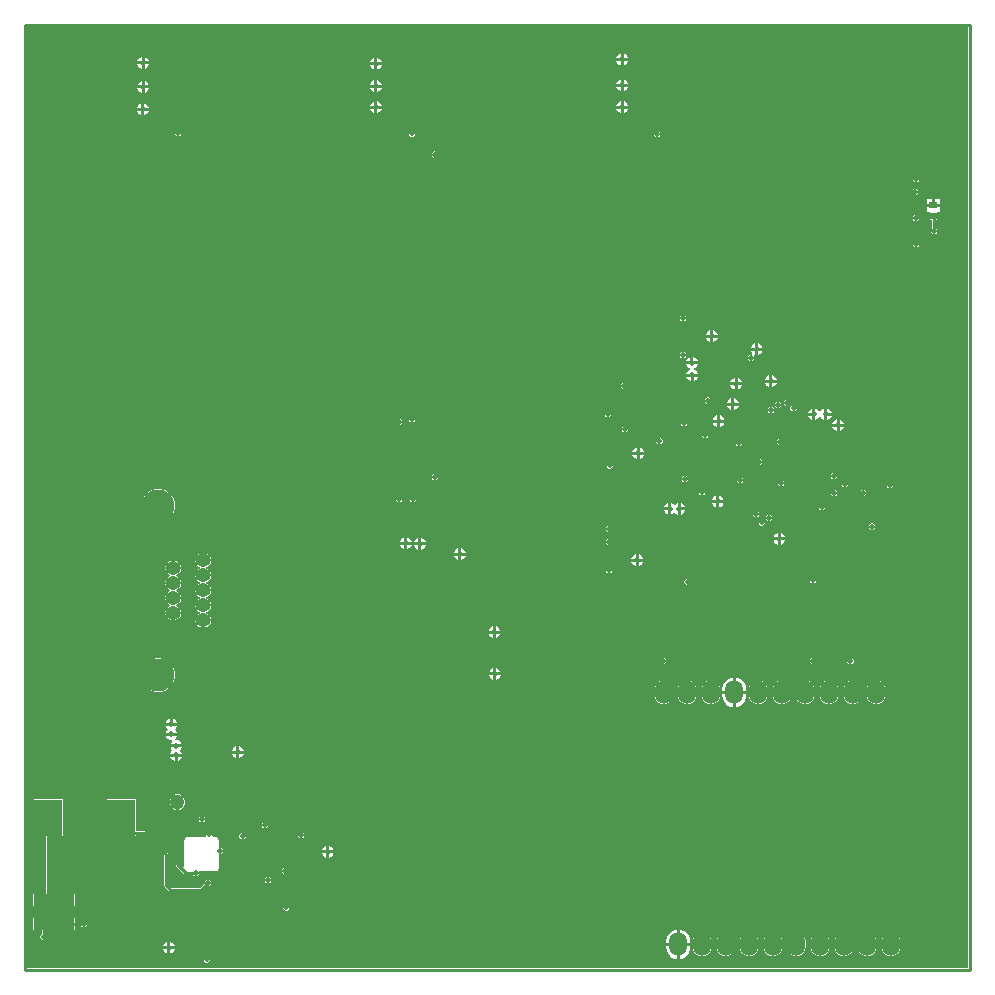
<source format=gbr>
G04*
G04 #@! TF.GenerationSoftware,Altium Limited,Altium Designer,24.4.1 (13)*
G04*
G04 Layer_Physical_Order=4*
G04 Layer_Color=16711680*
%FSLAX44Y44*%
%MOMM*%
G71*
G04*
G04 #@! TF.SameCoordinates,85F95AA7-1CD2-4A53-B858-D1680FFA15A6*
G04*
G04*
G04 #@! TF.FilePolarity,Positive*
G04*
G01*
G75*
%ADD17C,0.2540*%
%ADD27R,0.6400X0.6000*%
%ADD72O,1.3208X1.1684*%
%ADD81O,1.5000X2.0000*%
%ADD82C,2.7940*%
%ADD83C,0.5000*%
%ADD84C,1.2700*%
%ADD86R,2.4500X3.1500*%
%ADD87R,3.4000X1.5000*%
%ADD88R,3.5000X1.0000*%
G36*
X798517Y1483D02*
X1483D01*
Y798517D01*
X798517D01*
Y1483D01*
D02*
G37*
%LPC*%
G36*
X506770Y775679D02*
Y772020D01*
X510429D01*
X509773Y773605D01*
X508355Y775023D01*
X506770Y775679D01*
D02*
G37*
G36*
X504230D02*
X502645Y775023D01*
X501227Y773605D01*
X500571Y772020D01*
X504230D01*
Y775679D01*
D02*
G37*
G36*
X101020Y772929D02*
Y769270D01*
X104679D01*
X104023Y770855D01*
X102605Y772273D01*
X101020Y772929D01*
D02*
G37*
G36*
X98480D02*
X96895Y772273D01*
X95477Y770855D01*
X94821Y769270D01*
X98480D01*
Y772929D01*
D02*
G37*
G36*
X298020Y772179D02*
Y768520D01*
X301679D01*
X301023Y770105D01*
X299605Y771523D01*
X298020Y772179D01*
D02*
G37*
G36*
X295480D02*
X293895Y771523D01*
X292477Y770105D01*
X291821Y768520D01*
X295480D01*
Y772179D01*
D02*
G37*
G36*
X510429Y769480D02*
X506770D01*
Y765821D01*
X508355Y766477D01*
X509773Y767895D01*
X510429Y769480D01*
D02*
G37*
G36*
X504230D02*
X500571D01*
X501227Y767895D01*
X502645Y766477D01*
X504230Y765821D01*
Y769480D01*
D02*
G37*
G36*
X104679Y766730D02*
X101020D01*
Y763071D01*
X102605Y763727D01*
X104023Y765145D01*
X104679Y766730D01*
D02*
G37*
G36*
X98480D02*
X94821D01*
X95477Y765145D01*
X96895Y763727D01*
X98480Y763071D01*
Y766730D01*
D02*
G37*
G36*
X301679Y765980D02*
X298020D01*
Y762321D01*
X299605Y762977D01*
X301023Y764395D01*
X301679Y765980D01*
D02*
G37*
G36*
X295480D02*
X291821D01*
X292477Y764395D01*
X293895Y762977D01*
X295480Y762321D01*
Y765980D01*
D02*
G37*
G36*
X506770Y753679D02*
Y750020D01*
X510429D01*
X509773Y751605D01*
X508355Y753023D01*
X506770Y753679D01*
D02*
G37*
G36*
X504230D02*
X502645Y753023D01*
X501227Y751605D01*
X500571Y750020D01*
X504230D01*
Y753679D01*
D02*
G37*
G36*
X298020Y753179D02*
Y749520D01*
X301679D01*
X301023Y751105D01*
X299605Y752523D01*
X298020Y753179D01*
D02*
G37*
G36*
X295480D02*
X293895Y752523D01*
X292477Y751105D01*
X291821Y749520D01*
X295480D01*
Y753179D01*
D02*
G37*
G36*
X101270Y752429D02*
Y748770D01*
X104929D01*
X104273Y750355D01*
X102855Y751773D01*
X101270Y752429D01*
D02*
G37*
G36*
X98730D02*
X97145Y751773D01*
X95727Y750355D01*
X95071Y748770D01*
X98730D01*
Y752429D01*
D02*
G37*
G36*
X510429Y747480D02*
X506770D01*
Y743821D01*
X508355Y744477D01*
X509773Y745895D01*
X510429Y747480D01*
D02*
G37*
G36*
X504230D02*
X500571D01*
X501227Y745895D01*
X502645Y744477D01*
X504230Y743821D01*
Y747480D01*
D02*
G37*
G36*
X301679Y746980D02*
X298020D01*
Y743321D01*
X299605Y743977D01*
X301023Y745395D01*
X301679Y746980D01*
D02*
G37*
G36*
X295480D02*
X291821D01*
X292477Y745395D01*
X293895Y743977D01*
X295480Y743321D01*
Y746980D01*
D02*
G37*
G36*
X104929Y746230D02*
X101270D01*
Y742571D01*
X102855Y743227D01*
X104273Y744645D01*
X104929Y746230D01*
D02*
G37*
G36*
X98730D02*
X95071D01*
X95727Y744645D01*
X97145Y743227D01*
X98730Y742571D01*
Y746230D01*
D02*
G37*
G36*
X298270Y735429D02*
Y731770D01*
X301929D01*
X301273Y733355D01*
X299855Y734773D01*
X298270Y735429D01*
D02*
G37*
G36*
X295730D02*
X294145Y734773D01*
X292727Y733355D01*
X292071Y731770D01*
X295730D01*
Y735429D01*
D02*
G37*
G36*
X506770Y735179D02*
Y731520D01*
X510429D01*
X509773Y733105D01*
X508355Y734523D01*
X506770Y735179D01*
D02*
G37*
G36*
X504230D02*
X502645Y734523D01*
X501227Y733105D01*
X500571Y731520D01*
X504230D01*
Y735179D01*
D02*
G37*
G36*
X100770Y733429D02*
Y729770D01*
X104429D01*
X103773Y731355D01*
X102355Y732773D01*
X100770Y733429D01*
D02*
G37*
G36*
X98230D02*
X96645Y732773D01*
X95227Y731355D01*
X94571Y729770D01*
X98230D01*
Y733429D01*
D02*
G37*
G36*
X301929Y729230D02*
X298270D01*
Y725571D01*
X299855Y726227D01*
X301273Y727645D01*
X301929Y729230D01*
D02*
G37*
G36*
X295730D02*
X292071D01*
X292727Y727645D01*
X294145Y726227D01*
X295730Y725571D01*
Y729230D01*
D02*
G37*
G36*
X510429Y728980D02*
X506770D01*
Y725321D01*
X508355Y725977D01*
X509773Y727395D01*
X510429Y728980D01*
D02*
G37*
G36*
X504230D02*
X500571D01*
X501227Y727395D01*
X502645Y725977D01*
X504230Y725321D01*
Y728980D01*
D02*
G37*
G36*
X104429Y727230D02*
X100770D01*
Y723571D01*
X102355Y724227D01*
X103773Y725645D01*
X104429Y727230D01*
D02*
G37*
G36*
X98230D02*
X94571D01*
X95227Y725645D01*
X96645Y724227D01*
X98230Y723571D01*
Y727230D01*
D02*
G37*
G36*
X130017Y710850D02*
X128983D01*
X128027Y710454D01*
X127296Y709723D01*
X126900Y708767D01*
Y707733D01*
X127296Y706777D01*
X128027Y706046D01*
X128983Y705650D01*
X130017D01*
X130973Y706046D01*
X131704Y706777D01*
X132100Y707733D01*
Y708767D01*
X131704Y709723D01*
X130973Y710454D01*
X130017Y710850D01*
D02*
G37*
G36*
X328015Y710682D02*
X326981D01*
X326025Y710287D01*
X325294Y709555D01*
X324898Y708600D01*
Y707565D01*
X325294Y706610D01*
X326025Y705878D01*
X326981Y705482D01*
X328015D01*
X328971Y705878D01*
X329702Y706610D01*
X330098Y707565D01*
Y708600D01*
X329702Y709555D01*
X328971Y710287D01*
X328015Y710682D01*
D02*
G37*
G36*
X535767Y710100D02*
X534733D01*
X533777Y709704D01*
X533046Y708973D01*
X532650Y708017D01*
Y706983D01*
X533046Y706027D01*
X533777Y705296D01*
X534733Y704900D01*
X535767D01*
X536723Y705296D01*
X537454Y706027D01*
X537850Y706983D01*
Y708017D01*
X537454Y708973D01*
X536723Y709704D01*
X535767Y710100D01*
D02*
G37*
G36*
X347267Y692850D02*
X346233D01*
X345277Y692454D01*
X344546Y691723D01*
X344150Y690767D01*
Y689733D01*
X344546Y688777D01*
X345277Y688046D01*
X346233Y687650D01*
X347267D01*
X348223Y688046D01*
X348954Y688777D01*
X349350Y689733D01*
Y690767D01*
X348954Y691723D01*
X348223Y692454D01*
X347267Y692850D01*
D02*
G37*
G36*
X754887Y671850D02*
X753853D01*
X752897Y671454D01*
X752166Y670723D01*
X751770Y669767D01*
Y668733D01*
X752166Y667777D01*
X752897Y667046D01*
X753853Y666650D01*
X754887D01*
X755843Y667046D01*
X756574Y667777D01*
X756970Y668733D01*
Y669767D01*
X756574Y670723D01*
X755843Y671454D01*
X754887Y671850D01*
D02*
G37*
G36*
X754017Y661350D02*
X752983D01*
X752027Y660954D01*
X751296Y660223D01*
X750900Y659267D01*
Y658233D01*
X751296Y657277D01*
X752027Y656546D01*
X752983Y656150D01*
X754017D01*
X754973Y656546D01*
X755704Y657277D01*
X756100Y658233D01*
Y659267D01*
X755704Y660223D01*
X754973Y660954D01*
X754017Y661350D01*
D02*
G37*
G36*
X774740Y652690D02*
X770270D01*
Y648420D01*
X774740D01*
Y652690D01*
D02*
G37*
G36*
X767730D02*
X763260D01*
Y648420D01*
X767730D01*
Y652690D01*
D02*
G37*
G36*
X754517Y639100D02*
X753483D01*
X752527Y638704D01*
X751796Y637973D01*
X751400Y637017D01*
Y635983D01*
X751796Y635027D01*
X752527Y634296D01*
X753483Y633900D01*
X754517D01*
X755473Y634296D01*
X756204Y635027D01*
X756600Y635983D01*
Y637017D01*
X756204Y637973D01*
X755473Y638704D01*
X754517Y639100D01*
D02*
G37*
G36*
X774740Y645880D02*
X763260D01*
Y641610D01*
X764496D01*
X765700Y641450D01*
X765700Y640340D01*
Y635250D01*
X767892D01*
Y627319D01*
X767546Y626973D01*
X767150Y626017D01*
Y624983D01*
X767546Y624027D01*
X768277Y623296D01*
X769233Y622900D01*
X770267D01*
X771223Y623296D01*
X771954Y624027D01*
X772350Y624983D01*
Y626017D01*
X771954Y626973D01*
X771223Y627704D01*
X770858Y627855D01*
Y635250D01*
X772300D01*
X772300Y641450D01*
X773504Y641610D01*
X774740D01*
Y645880D01*
D02*
G37*
G36*
X755017Y616850D02*
X753983D01*
X753027Y616454D01*
X752296Y615723D01*
X751900Y614767D01*
Y613733D01*
X752296Y612777D01*
X753027Y612046D01*
X753983Y611650D01*
X755017D01*
X755973Y612046D01*
X756704Y612777D01*
X757100Y613733D01*
Y614767D01*
X756704Y615723D01*
X755973Y616454D01*
X755017Y616850D01*
D02*
G37*
G36*
X557517Y554350D02*
X556483D01*
X555527Y553954D01*
X554796Y553223D01*
X554400Y552267D01*
Y551233D01*
X554796Y550277D01*
X555527Y549546D01*
X556483Y549150D01*
X557517D01*
X558473Y549546D01*
X559204Y550277D01*
X559600Y551233D01*
Y552267D01*
X559204Y553223D01*
X558473Y553954D01*
X557517Y554350D01*
D02*
G37*
G36*
X582520Y541429D02*
Y537770D01*
X586179D01*
X585523Y539355D01*
X584105Y540773D01*
X582520Y541429D01*
D02*
G37*
G36*
X579980D02*
X578395Y540773D01*
X576977Y539355D01*
X576321Y537770D01*
X579980D01*
Y541429D01*
D02*
G37*
G36*
X586179Y535230D02*
X582520D01*
Y531571D01*
X584105Y532227D01*
X585523Y533645D01*
X586179Y535230D01*
D02*
G37*
G36*
X579980D02*
X576321D01*
X576977Y533645D01*
X578395Y532227D01*
X579980Y531571D01*
Y535230D01*
D02*
G37*
G36*
X620520Y530429D02*
Y526770D01*
X624179D01*
X623523Y528355D01*
X622105Y529773D01*
X620520Y530429D01*
D02*
G37*
G36*
X617980D02*
X616395Y529773D01*
X614977Y528355D01*
X614321Y526770D01*
X617980D01*
Y530429D01*
D02*
G37*
G36*
X624179Y524230D02*
X620520D01*
Y520571D01*
X622105Y521227D01*
X623523Y522645D01*
X624179Y524230D01*
D02*
G37*
G36*
X617980D02*
X614321D01*
X614977Y522645D01*
X615667Y521955D01*
X615086Y520967D01*
X614976Y520850D01*
X613983D01*
X613027Y520454D01*
X612296Y519723D01*
X611900Y518767D01*
Y517733D01*
X612296Y516777D01*
X613027Y516046D01*
X613983Y515650D01*
X615017D01*
X615973Y516046D01*
X616704Y516777D01*
X617100Y517733D01*
Y518767D01*
X616704Y519723D01*
X616701Y519726D01*
X617420Y520803D01*
X617980Y520571D01*
Y524230D01*
D02*
G37*
G36*
X557517Y523100D02*
X556483D01*
X555527Y522704D01*
X554796Y521973D01*
X554400Y521017D01*
Y519983D01*
X554796Y519027D01*
X555527Y518296D01*
X556483Y517900D01*
X557517D01*
X558473Y518296D01*
X559204Y519027D01*
X559600Y519983D01*
Y521017D01*
X559204Y521973D01*
X558473Y522704D01*
X557517Y523100D01*
D02*
G37*
G36*
X565770Y518929D02*
Y515270D01*
X569429D01*
X568773Y516855D01*
X567355Y518273D01*
X565770Y518929D01*
D02*
G37*
G36*
X563230D02*
X561645Y518273D01*
X560227Y516855D01*
X559571Y515270D01*
X563230D01*
Y518929D01*
D02*
G37*
G36*
X569429Y512730D02*
X559571D01*
X560227Y511145D01*
X561645Y509727D01*
X562772Y509261D01*
Y507886D01*
X561895Y507523D01*
X560477Y506105D01*
X559821Y504520D01*
X569679D01*
X569023Y506105D01*
X567605Y507523D01*
X566478Y507989D01*
Y509364D01*
X567355Y509727D01*
X568773Y511145D01*
X569429Y512730D01*
D02*
G37*
G36*
X632520Y503179D02*
Y499520D01*
X636179D01*
X635523Y501105D01*
X634105Y502523D01*
X632520Y503179D01*
D02*
G37*
G36*
X629980D02*
X628395Y502523D01*
X626977Y501105D01*
X626321Y499520D01*
X629980D01*
Y503179D01*
D02*
G37*
G36*
X569679Y501980D02*
X566020D01*
Y498321D01*
X567605Y498977D01*
X569023Y500395D01*
X569679Y501980D01*
D02*
G37*
G36*
X563480D02*
X559821D01*
X560477Y500395D01*
X561895Y498977D01*
X563480Y498321D01*
Y501980D01*
D02*
G37*
G36*
X603270Y501179D02*
Y497520D01*
X606929D01*
X606273Y499105D01*
X604855Y500523D01*
X603270Y501179D01*
D02*
G37*
G36*
X600730D02*
X599145Y500523D01*
X597727Y499105D01*
X597071Y497520D01*
X600730D01*
Y501179D01*
D02*
G37*
G36*
X636179Y496980D02*
X632520D01*
Y493321D01*
X634105Y493977D01*
X635523Y495395D01*
X636179Y496980D01*
D02*
G37*
G36*
X629980D02*
X626321D01*
X626977Y495395D01*
X628395Y493977D01*
X629980Y493321D01*
Y496980D01*
D02*
G37*
G36*
X507267Y497100D02*
X506233D01*
X505277Y496704D01*
X504546Y495973D01*
X504150Y495017D01*
Y493983D01*
X504546Y493027D01*
X505277Y492296D01*
X506233Y491900D01*
X507267D01*
X508223Y492296D01*
X508954Y493027D01*
X509350Y493983D01*
Y495017D01*
X508954Y495973D01*
X508223Y496704D01*
X507267Y497100D01*
D02*
G37*
G36*
X606929Y494980D02*
X603270D01*
Y491321D01*
X604855Y491977D01*
X606273Y493395D01*
X606929Y494980D01*
D02*
G37*
G36*
X600730D02*
X597071D01*
X597727Y493395D01*
X599145Y491977D01*
X600730Y491321D01*
Y494980D01*
D02*
G37*
G36*
X600270Y483929D02*
Y480270D01*
X603929D01*
X603273Y481855D01*
X601855Y483273D01*
X600270Y483929D01*
D02*
G37*
G36*
X597730D02*
X596145Y483273D01*
X594727Y481855D01*
X594071Y480270D01*
X597730D01*
Y483929D01*
D02*
G37*
G36*
X578517Y484600D02*
X577483D01*
X576527Y484204D01*
X575796Y483473D01*
X575400Y482517D01*
Y481483D01*
X575796Y480527D01*
X576527Y479796D01*
X577483Y479400D01*
X578517D01*
X579473Y479796D01*
X580204Y480527D01*
X580600Y481483D01*
Y482517D01*
X580204Y483473D01*
X579473Y484204D01*
X578517Y484600D01*
D02*
G37*
G36*
X645267Y482850D02*
X644233D01*
X643277Y482454D01*
X642546Y481723D01*
X642150Y480767D01*
Y479733D01*
X642546Y478777D01*
X643277Y478046D01*
X644233Y477650D01*
X645267D01*
X646223Y478046D01*
X646954Y478777D01*
X647350Y479733D01*
Y480767D01*
X646954Y481723D01*
X646223Y482454D01*
X645267Y482850D01*
D02*
G37*
G36*
X637906Y480961D02*
X636871D01*
X635916Y480566D01*
X635184Y479834D01*
X634789Y478879D01*
Y477844D01*
X635184Y476889D01*
X635916Y476157D01*
X636871Y475761D01*
X637906D01*
X638861Y476157D01*
X639593Y476889D01*
X639989Y477844D01*
Y478879D01*
X639593Y479834D01*
X638861Y480566D01*
X637906Y480961D01*
D02*
G37*
G36*
X597730Y477730D02*
X594071D01*
X594727Y476145D01*
X596145Y474727D01*
X597730Y474071D01*
Y477730D01*
D02*
G37*
G36*
X603929D02*
X600270D01*
Y474071D01*
X601855Y474727D01*
X603273Y476145D01*
X603929Y477730D01*
D02*
G37*
G36*
X651017Y478100D02*
X649983D01*
X649027Y477704D01*
X648296Y476973D01*
X647900Y476017D01*
Y474983D01*
X648296Y474027D01*
X649027Y473296D01*
X649983Y472900D01*
X651017D01*
X651973Y473296D01*
X652704Y474027D01*
X653100Y474983D01*
Y476017D01*
X652704Y476973D01*
X651973Y477704D01*
X651017Y478100D01*
D02*
G37*
G36*
X676480Y475179D02*
X674895Y474523D01*
X673477Y473105D01*
X673385Y472882D01*
X672115D01*
X672023Y473105D01*
X670605Y474523D01*
X669020Y475179D01*
Y470250D01*
Y465321D01*
X670605Y465977D01*
X672023Y467395D01*
X672115Y467618D01*
X673385D01*
X673477Y467395D01*
X674895Y465977D01*
X676480Y465321D01*
Y470250D01*
Y475179D01*
D02*
G37*
G36*
X679020D02*
Y471520D01*
X682679D01*
X682023Y473105D01*
X680605Y474523D01*
X679020Y475179D01*
D02*
G37*
G36*
X666480D02*
X664895Y474523D01*
X663477Y473105D01*
X662821Y471520D01*
X666480D01*
Y475179D01*
D02*
G37*
G36*
X632017Y476600D02*
X630983D01*
X630027Y476204D01*
X629296Y475473D01*
X628900Y474517D01*
Y473483D01*
X629296Y472527D01*
X630027Y471796D01*
X630983Y471400D01*
X632017D01*
X632973Y471796D01*
X633704Y472527D01*
X634100Y473483D01*
Y474517D01*
X633704Y475473D01*
X632973Y476204D01*
X632017Y476600D01*
D02*
G37*
G36*
X493767Y472850D02*
X492733D01*
X491777Y472454D01*
X491046Y471723D01*
X490650Y470767D01*
Y469733D01*
X491046Y468777D01*
X491777Y468046D01*
X492733Y467650D01*
X493767D01*
X494723Y468046D01*
X495454Y468777D01*
X495850Y469733D01*
Y470767D01*
X495454Y471723D01*
X494723Y472454D01*
X493767Y472850D01*
D02*
G37*
G36*
X588270Y469429D02*
Y465770D01*
X591929D01*
X591273Y467355D01*
X589855Y468773D01*
X588270Y469429D01*
D02*
G37*
G36*
X585730D02*
X584145Y468773D01*
X582727Y467355D01*
X582071Y465770D01*
X585730D01*
Y469429D01*
D02*
G37*
G36*
X682679Y468980D02*
X679020D01*
Y465321D01*
X680605Y465977D01*
X682023Y467395D01*
X682679Y468980D01*
D02*
G37*
G36*
X666480D02*
X662821D01*
X663477Y467395D01*
X664895Y465977D01*
X666480Y465321D01*
Y468980D01*
D02*
G37*
G36*
X328017Y468600D02*
X326983D01*
X326027Y468204D01*
X325296Y467473D01*
X324900Y466517D01*
Y465483D01*
X325296Y464527D01*
X326027Y463796D01*
X326983Y463400D01*
X328017D01*
X328973Y463796D01*
X329704Y464527D01*
X330100Y465483D01*
Y466517D01*
X329704Y467473D01*
X328973Y468204D01*
X328017Y468600D01*
D02*
G37*
G36*
X689520Y465929D02*
Y462270D01*
X693179D01*
X692523Y463855D01*
X691105Y465273D01*
X689520Y465929D01*
D02*
G37*
G36*
X686980D02*
X685395Y465273D01*
X683977Y463855D01*
X683321Y462270D01*
X686980D01*
Y465929D01*
D02*
G37*
G36*
X317267Y466600D02*
X316233D01*
X315277Y466204D01*
X314546Y465473D01*
X314150Y464517D01*
Y463483D01*
X314546Y462527D01*
X315277Y461796D01*
X316233Y461400D01*
X317267D01*
X318223Y461796D01*
X318954Y462527D01*
X319350Y463483D01*
Y464517D01*
X318954Y465473D01*
X318223Y466204D01*
X317267Y466600D01*
D02*
G37*
G36*
X558267Y465350D02*
X557233D01*
X556277Y464954D01*
X555546Y464223D01*
X555150Y463267D01*
Y462233D01*
X555546Y461277D01*
X556277Y460546D01*
X557233Y460150D01*
X558267D01*
X559223Y460546D01*
X559954Y461277D01*
X560350Y462233D01*
Y463267D01*
X559954Y464223D01*
X559223Y464954D01*
X558267Y465350D01*
D02*
G37*
G36*
X591929Y463230D02*
X588270D01*
Y459571D01*
X589855Y460227D01*
X591273Y461645D01*
X591929Y463230D01*
D02*
G37*
G36*
X585730D02*
X582071D01*
X582727Y461645D01*
X584145Y460227D01*
X585730Y459571D01*
Y463230D01*
D02*
G37*
G36*
X693179Y459730D02*
X689520D01*
Y456071D01*
X691105Y456727D01*
X692523Y458145D01*
X693179Y459730D01*
D02*
G37*
G36*
X686980D02*
X683321D01*
X683977Y458145D01*
X685395Y456727D01*
X686980Y456071D01*
Y459730D01*
D02*
G37*
G36*
X508017Y460350D02*
X506983D01*
X506027Y459954D01*
X505296Y459223D01*
X504900Y458267D01*
Y457233D01*
X505296Y456277D01*
X506027Y455546D01*
X506983Y455150D01*
X508017D01*
X508973Y455546D01*
X509704Y456277D01*
X510100Y457233D01*
Y458267D01*
X509704Y459223D01*
X508973Y459954D01*
X508017Y460350D01*
D02*
G37*
G36*
X576267Y455100D02*
X575233D01*
X574277Y454704D01*
X573546Y453973D01*
X573150Y453017D01*
Y451983D01*
X573546Y451027D01*
X574277Y450296D01*
X575233Y449900D01*
X576267D01*
X577223Y450296D01*
X577954Y451027D01*
X578350Y451983D01*
Y453017D01*
X577954Y453973D01*
X577223Y454704D01*
X576267Y455100D01*
D02*
G37*
G36*
X537517Y450350D02*
X536483D01*
X535527Y449954D01*
X534796Y449223D01*
X534400Y448267D01*
Y447233D01*
X534796Y446277D01*
X535527Y445546D01*
X536483Y445150D01*
X537517D01*
X538473Y445546D01*
X539204Y446277D01*
X539600Y447233D01*
Y448267D01*
X539204Y449223D01*
X538473Y449954D01*
X537517Y450350D01*
D02*
G37*
G36*
X639267Y449600D02*
X638233D01*
X637277Y449204D01*
X636546Y448473D01*
X636150Y447517D01*
Y446483D01*
X636546Y445527D01*
X637277Y444796D01*
X638233Y444400D01*
X639267D01*
X640223Y444796D01*
X640954Y445527D01*
X641350Y446483D01*
Y447517D01*
X640954Y448473D01*
X640223Y449204D01*
X639267Y449600D01*
D02*
G37*
G36*
X604767Y448350D02*
X603733D01*
X602777Y447954D01*
X602046Y447223D01*
X601650Y446267D01*
Y445233D01*
X602046Y444277D01*
X602777Y443546D01*
X603733Y443150D01*
X604767D01*
X605723Y443546D01*
X606454Y444277D01*
X606850Y445233D01*
Y446267D01*
X606454Y447223D01*
X605723Y447954D01*
X604767Y448350D01*
D02*
G37*
G36*
X520270Y442179D02*
Y438520D01*
X523929D01*
X523273Y440105D01*
X521855Y441523D01*
X520270Y442179D01*
D02*
G37*
G36*
X517730D02*
X516145Y441523D01*
X514727Y440105D01*
X514071Y438520D01*
X517730D01*
Y442179D01*
D02*
G37*
G36*
X523929Y435980D02*
X520270D01*
Y432321D01*
X521855Y432977D01*
X523273Y434395D01*
X523929Y435980D01*
D02*
G37*
G36*
X517730D02*
X514071D01*
X514727Y434395D01*
X516145Y432977D01*
X517730Y432321D01*
Y435980D01*
D02*
G37*
G36*
X622017Y432850D02*
X620983D01*
X620027Y432454D01*
X619296Y431723D01*
X618900Y430767D01*
Y429733D01*
X619296Y428777D01*
X620027Y428046D01*
X620983Y427650D01*
X622017D01*
X622973Y428046D01*
X623704Y428777D01*
X624100Y429733D01*
Y430767D01*
X623704Y431723D01*
X622973Y432454D01*
X622017Y432850D01*
D02*
G37*
G36*
X495517Y429600D02*
X494483D01*
X493527Y429204D01*
X492796Y428473D01*
X492400Y427517D01*
Y426483D01*
X492796Y425527D01*
X493527Y424796D01*
X494483Y424400D01*
X495517D01*
X496473Y424796D01*
X497204Y425527D01*
X497600Y426483D01*
Y427517D01*
X497204Y428473D01*
X496473Y429204D01*
X495517Y429600D01*
D02*
G37*
G36*
X685017Y420600D02*
X683983D01*
X683027Y420204D01*
X682296Y419473D01*
X681900Y418517D01*
Y417483D01*
X682296Y416527D01*
X683027Y415796D01*
X683983Y415400D01*
X685017D01*
X685973Y415796D01*
X686704Y416527D01*
X687100Y417483D01*
Y418517D01*
X686704Y419473D01*
X685973Y420204D01*
X685017Y420600D01*
D02*
G37*
G36*
X347267Y419850D02*
X346233D01*
X345277Y419454D01*
X344546Y418723D01*
X344150Y417767D01*
Y416733D01*
X344546Y415777D01*
X345277Y415046D01*
X346233Y414650D01*
X347267D01*
X348223Y415046D01*
X348954Y415777D01*
X349350Y416733D01*
Y417767D01*
X348954Y418723D01*
X348223Y419454D01*
X347267Y419850D01*
D02*
G37*
G36*
X559017Y418100D02*
X557983D01*
X557027Y417704D01*
X556296Y416973D01*
X555900Y416017D01*
Y414983D01*
X556296Y414027D01*
X557027Y413296D01*
X557983Y412900D01*
X559017D01*
X559973Y413296D01*
X560704Y414027D01*
X561100Y414983D01*
Y416017D01*
X560704Y416973D01*
X559973Y417704D01*
X559017Y418100D01*
D02*
G37*
G36*
X606017Y417100D02*
X604983D01*
X604027Y416704D01*
X603296Y415973D01*
X602900Y415017D01*
Y413983D01*
X603296Y413027D01*
X604027Y412296D01*
X604983Y411900D01*
X606017D01*
X606973Y412296D01*
X607704Y413027D01*
X608100Y413983D01*
Y415017D01*
X607704Y415973D01*
X606973Y416704D01*
X606017Y417100D01*
D02*
G37*
G36*
X640517Y414600D02*
X639483D01*
X638527Y414204D01*
X637796Y413473D01*
X637400Y412517D01*
Y411483D01*
X637796Y410527D01*
X638527Y409796D01*
X639483Y409400D01*
X640517D01*
X641473Y409796D01*
X642204Y410527D01*
X642600Y411483D01*
Y412517D01*
X642204Y413473D01*
X641473Y414204D01*
X640517Y414600D01*
D02*
G37*
G36*
X694517Y413600D02*
X693483D01*
X692527Y413204D01*
X691796Y412473D01*
X691400Y411517D01*
Y410483D01*
X691796Y409527D01*
X692527Y408796D01*
X693483Y408400D01*
X694517D01*
X695473Y408796D01*
X696204Y409527D01*
X696600Y410483D01*
Y411517D01*
X696204Y412473D01*
X695473Y413204D01*
X694517Y413600D01*
D02*
G37*
G36*
X732517Y412850D02*
X731483D01*
X730527Y412454D01*
X729796Y411723D01*
X729400Y410767D01*
Y409733D01*
X729796Y408777D01*
X730527Y408046D01*
X731483Y407650D01*
X732517D01*
X733473Y408046D01*
X734204Y408777D01*
X734600Y409733D01*
Y410767D01*
X734204Y411723D01*
X733473Y412454D01*
X732517Y412850D01*
D02*
G37*
G36*
X573517Y406850D02*
X572483D01*
X571527Y406454D01*
X570796Y405723D01*
X570400Y404767D01*
Y403733D01*
X570796Y402777D01*
X571527Y402046D01*
X572483Y401650D01*
X573517D01*
X574473Y402046D01*
X575204Y402777D01*
X575600Y403733D01*
Y404767D01*
X575204Y405723D01*
X574473Y406454D01*
X573517Y406850D01*
D02*
G37*
G36*
X710017Y406600D02*
X708983D01*
X708027Y406204D01*
X707296Y405473D01*
X706900Y404517D01*
Y403483D01*
X707296Y402527D01*
X708027Y401796D01*
X708983Y401400D01*
X710017D01*
X710973Y401796D01*
X711704Y402527D01*
X712100Y403483D01*
Y404517D01*
X711704Y405473D01*
X710973Y406204D01*
X710017Y406600D01*
D02*
G37*
G36*
X685517Y406350D02*
X684483D01*
X683527Y405954D01*
X682796Y405223D01*
X682400Y404267D01*
Y403233D01*
X682796Y402277D01*
X683527Y401546D01*
X684483Y401150D01*
X685517D01*
X686473Y401546D01*
X687204Y402277D01*
X687600Y403233D01*
Y404267D01*
X687204Y405223D01*
X686473Y405954D01*
X685517Y406350D01*
D02*
G37*
G36*
X587520Y401429D02*
Y397770D01*
X591179D01*
X590523Y399355D01*
X589105Y400773D01*
X587520Y401429D01*
D02*
G37*
G36*
X584980D02*
X583395Y400773D01*
X581977Y399355D01*
X581321Y397770D01*
X584980D01*
Y401429D01*
D02*
G37*
G36*
X328517Y400850D02*
X327483D01*
X326527Y400454D01*
X325796Y399723D01*
X325400Y398767D01*
Y397733D01*
X325796Y396777D01*
X326527Y396046D01*
X327483Y395650D01*
X328517D01*
X329473Y396046D01*
X330204Y396777D01*
X330600Y397733D01*
Y398767D01*
X330204Y399723D01*
X329473Y400454D01*
X328517Y400850D01*
D02*
G37*
G36*
X317267D02*
X316233D01*
X315277Y400454D01*
X314546Y399723D01*
X314150Y398767D01*
Y397733D01*
X314546Y396777D01*
X315277Y396046D01*
X316233Y395650D01*
X317267D01*
X318223Y396046D01*
X318954Y396777D01*
X319350Y397733D01*
Y398767D01*
X318954Y399723D01*
X318223Y400454D01*
X317267Y400850D01*
D02*
G37*
G36*
X544480Y395429D02*
X542895Y394773D01*
X541477Y393355D01*
X540821Y391770D01*
X544480D01*
Y395429D01*
D02*
G37*
G36*
X591179Y395230D02*
X587520D01*
Y391571D01*
X589105Y392227D01*
X590523Y393645D01*
X591179Y395230D01*
D02*
G37*
G36*
X584980D02*
X581321D01*
X581977Y393645D01*
X583395Y392227D01*
X584980Y391571D01*
Y395230D01*
D02*
G37*
G36*
X555020Y395179D02*
Y391520D01*
X558679D01*
X558023Y393105D01*
X556605Y394523D01*
X555020Y395179D01*
D02*
G37*
G36*
X675017Y394100D02*
X673983D01*
X673027Y393704D01*
X672296Y392973D01*
X671900Y392017D01*
Y390983D01*
X672296Y390027D01*
X673027Y389296D01*
X673983Y388900D01*
X675017D01*
X675973Y389296D01*
X676704Y390027D01*
X677100Y390983D01*
Y392017D01*
X676704Y392973D01*
X675973Y393704D01*
X675017Y394100D01*
D02*
G37*
G36*
X544480Y389230D02*
X540821D01*
X541477Y387645D01*
X542895Y386227D01*
X544480Y385571D01*
Y389230D01*
D02*
G37*
G36*
X558679Y388980D02*
X555020D01*
Y385321D01*
X556605Y385977D01*
X558023Y387395D01*
X558679Y388980D01*
D02*
G37*
G36*
X547020Y395429D02*
Y390500D01*
Y385571D01*
X548605Y386227D01*
X549625Y387247D01*
X550895Y385977D01*
X552480Y385321D01*
Y390250D01*
Y395179D01*
X550895Y394523D01*
X549875Y393503D01*
X548605Y394773D01*
X547020Y395429D01*
D02*
G37*
G36*
X619517Y388350D02*
X618483D01*
X617527Y387954D01*
X616796Y387223D01*
X616400Y386267D01*
Y385233D01*
X616796Y384277D01*
X617527Y383546D01*
X618483Y383150D01*
X619517D01*
X620473Y383546D01*
X621204Y384277D01*
X621600Y385233D01*
Y386267D01*
X621204Y387223D01*
X620473Y387954D01*
X619517Y388350D01*
D02*
G37*
G36*
X630267Y385350D02*
X629233D01*
X628277Y384954D01*
X627546Y384223D01*
X627150Y383267D01*
Y382233D01*
X627546Y381277D01*
X628277Y380546D01*
X629233Y380150D01*
X630267D01*
X631223Y380546D01*
X631954Y381277D01*
X632350Y382233D01*
Y383267D01*
X631954Y384223D01*
X631223Y384954D01*
X630267Y385350D01*
D02*
G37*
G36*
X114402Y407120D02*
X110698D01*
X107119Y406161D01*
X103911Y404309D01*
X101291Y401689D01*
X99439Y398481D01*
X98480Y394902D01*
Y391198D01*
X99439Y387619D01*
X101291Y384411D01*
X103911Y381791D01*
X107119Y379939D01*
X110698Y378980D01*
X114402D01*
X117981Y379939D01*
X121189Y381791D01*
X123809Y384411D01*
X125661Y387619D01*
X126620Y391198D01*
Y394902D01*
X125661Y398481D01*
X123809Y401689D01*
X121189Y404309D01*
X117981Y406161D01*
X114402Y407120D01*
D02*
G37*
G36*
X624017Y381350D02*
X622983D01*
X622027Y380954D01*
X621296Y380223D01*
X620900Y379267D01*
Y378233D01*
X621296Y377277D01*
X622027Y376546D01*
X622983Y376150D01*
X624017D01*
X624973Y376546D01*
X625704Y377277D01*
X626100Y378233D01*
Y379267D01*
X625704Y380223D01*
X624973Y380954D01*
X624017Y381350D01*
D02*
G37*
G36*
X717517Y377869D02*
X716483D01*
X715527Y377473D01*
X714796Y376742D01*
X714400Y375786D01*
Y374752D01*
X714796Y373796D01*
X715527Y373065D01*
X716483Y372669D01*
X717517D01*
X718473Y373065D01*
X719204Y373796D01*
X719600Y374752D01*
Y375786D01*
X719204Y376742D01*
X718473Y377473D01*
X717517Y377869D01*
D02*
G37*
G36*
X494517Y376100D02*
X493483D01*
X492527Y375704D01*
X491796Y374973D01*
X491400Y374017D01*
Y372983D01*
X491796Y372027D01*
X492527Y371296D01*
X493483Y370900D01*
X494517D01*
X495473Y371296D01*
X496204Y372027D01*
X496600Y372983D01*
Y374017D01*
X496204Y374973D01*
X495473Y375704D01*
X494517Y376100D01*
D02*
G37*
G36*
X639770Y369929D02*
Y366270D01*
X643429D01*
X642773Y367855D01*
X641355Y369273D01*
X639770Y369929D01*
D02*
G37*
G36*
X637230D02*
X635645Y369273D01*
X634227Y367855D01*
X633571Y366270D01*
X637230D01*
Y369929D01*
D02*
G37*
G36*
X323520Y365929D02*
Y362270D01*
X327179D01*
X326523Y363855D01*
X325105Y365273D01*
X323520Y365929D01*
D02*
G37*
G36*
X320980D02*
X319395Y365273D01*
X317977Y363855D01*
X317321Y362270D01*
X320980D01*
Y365929D01*
D02*
G37*
G36*
X335270Y365679D02*
Y362020D01*
X338929D01*
X338273Y363605D01*
X336855Y365023D01*
X335270Y365679D01*
D02*
G37*
G36*
X332730D02*
X331145Y365023D01*
X329727Y363605D01*
X329071Y362020D01*
X332730D01*
Y365679D01*
D02*
G37*
G36*
X643429Y363730D02*
X639770D01*
Y360071D01*
X641355Y360727D01*
X642773Y362145D01*
X643429Y363730D01*
D02*
G37*
G36*
X637230D02*
X633571D01*
X634227Y362145D01*
X635645Y360727D01*
X637230Y360071D01*
Y363730D01*
D02*
G37*
G36*
X494517Y365100D02*
X493483D01*
X492527Y364704D01*
X491796Y363973D01*
X491400Y363017D01*
Y361983D01*
X491796Y361027D01*
X492527Y360296D01*
X493483Y359900D01*
X494517D01*
X495473Y360296D01*
X496204Y361027D01*
X496600Y361983D01*
Y363017D01*
X496204Y363973D01*
X495473Y364704D01*
X494517Y365100D01*
D02*
G37*
G36*
X327179Y359730D02*
X323520D01*
Y356071D01*
X325105Y356727D01*
X326523Y358145D01*
X327179Y359730D01*
D02*
G37*
G36*
X320980D02*
X317321D01*
X317977Y358145D01*
X319395Y356727D01*
X320980Y356071D01*
Y359730D01*
D02*
G37*
G36*
X338929Y359480D02*
X335270D01*
Y355821D01*
X336855Y356477D01*
X338273Y357895D01*
X338929Y359480D01*
D02*
G37*
G36*
X332730D02*
X329071D01*
X329727Y357895D01*
X331145Y356477D01*
X332730Y355821D01*
Y359480D01*
D02*
G37*
G36*
X369270Y356929D02*
Y353270D01*
X372929D01*
X372273Y354855D01*
X370855Y356273D01*
X369270Y356929D01*
D02*
G37*
G36*
X366730D02*
X365145Y356273D01*
X363727Y354855D01*
X363071Y353270D01*
X366730D01*
Y356929D01*
D02*
G37*
G36*
X519520Y351679D02*
Y348020D01*
X523179D01*
X522523Y349605D01*
X521105Y351023D01*
X519520Y351679D01*
D02*
G37*
G36*
X516980D02*
X515395Y351023D01*
X513977Y349605D01*
X513321Y348020D01*
X516980D01*
Y351679D01*
D02*
G37*
G36*
X372929Y350730D02*
X369270D01*
Y347071D01*
X370855Y347727D01*
X372273Y349145D01*
X372929Y350730D01*
D02*
G37*
G36*
X366730D02*
X363071D01*
X363727Y349145D01*
X365145Y347727D01*
X366730Y347071D01*
Y350730D01*
D02*
G37*
G36*
X523179Y345480D02*
X519520D01*
Y341821D01*
X521105Y342477D01*
X522523Y343895D01*
X523179Y345480D01*
D02*
G37*
G36*
X516980D02*
X513321D01*
X513977Y343895D01*
X515395Y342477D01*
X516980Y341821D01*
Y345480D01*
D02*
G37*
G36*
X494767Y340850D02*
X493733D01*
X492777Y340454D01*
X492046Y339723D01*
X491650Y338767D01*
Y337733D01*
X492046Y336777D01*
X492777Y336046D01*
X493733Y335650D01*
X494767D01*
X495723Y336046D01*
X496454Y336777D01*
X496850Y337733D01*
Y338767D01*
X496454Y339723D01*
X495723Y340454D01*
X494767Y340850D01*
D02*
G37*
G36*
X667517Y332350D02*
X666483D01*
X665527Y331954D01*
X664796Y331223D01*
X664400Y330267D01*
Y329233D01*
X664796Y328277D01*
X665527Y327546D01*
X666483Y327150D01*
X667517D01*
X668473Y327546D01*
X669204Y328277D01*
X669600Y329233D01*
Y330267D01*
X669204Y331223D01*
X668473Y331954D01*
X667517Y332350D01*
D02*
G37*
G36*
X561267Y331100D02*
X560233D01*
X559277Y330704D01*
X558546Y329973D01*
X558150Y329017D01*
Y327983D01*
X558546Y327027D01*
X559277Y326296D01*
X560233Y325900D01*
X561267D01*
X562223Y326296D01*
X562954Y327027D01*
X563350Y327983D01*
Y329017D01*
X562954Y329973D01*
X562223Y330704D01*
X561267Y331100D01*
D02*
G37*
G36*
X126012Y346408D02*
X124488D01*
X122170Y345947D01*
X120204Y344634D01*
X118891Y342668D01*
X118430Y340350D01*
X118891Y338032D01*
X120204Y336066D01*
X122170Y334753D01*
X122699Y334647D01*
Y333353D01*
X122170Y333247D01*
X120204Y331934D01*
X118891Y329968D01*
X118430Y327650D01*
X118891Y325331D01*
X120204Y323366D01*
X122170Y322053D01*
X122699Y321947D01*
Y320653D01*
X122170Y320547D01*
X120204Y319234D01*
X118891Y317269D01*
X118430Y314950D01*
X118891Y312631D01*
X120204Y310666D01*
X122170Y309353D01*
X122699Y309247D01*
Y307952D01*
X122170Y307847D01*
X120204Y306534D01*
X118891Y304569D01*
X118430Y302250D01*
X118891Y299932D01*
X120204Y297966D01*
X122170Y296653D01*
X124488Y296192D01*
X126012D01*
X128330Y296653D01*
X130296Y297966D01*
X131609Y299932D01*
X132070Y302250D01*
X131609Y304569D01*
X130296Y306534D01*
X128330Y307847D01*
X127801Y307952D01*
Y309247D01*
X128330Y309353D01*
X130296Y310666D01*
X131609Y312631D01*
X132070Y314950D01*
X131609Y317269D01*
X130296Y319234D01*
X128330Y320547D01*
X127801Y320653D01*
Y321947D01*
X128330Y322053D01*
X130296Y323366D01*
X131609Y325331D01*
X132070Y327650D01*
X131609Y329968D01*
X130296Y331934D01*
X128330Y333247D01*
X127801Y333353D01*
Y334647D01*
X128330Y334753D01*
X130296Y336066D01*
X131609Y338032D01*
X132070Y340350D01*
X131609Y342668D01*
X130296Y344634D01*
X128330Y345947D01*
X126012Y346408D01*
D02*
G37*
G36*
X151412Y352758D02*
X149888D01*
X147570Y352297D01*
X145604Y350984D01*
X144291Y349019D01*
X143830Y346700D01*
X144291Y344381D01*
X145604Y342416D01*
X147570Y341103D01*
X148099Y340997D01*
Y339702D01*
X147570Y339597D01*
X145604Y338284D01*
X144291Y336319D01*
X143830Y334000D01*
X144291Y331682D01*
X145604Y329716D01*
X147570Y328403D01*
X148099Y328297D01*
Y327002D01*
X147570Y326897D01*
X145604Y325584D01*
X144291Y323619D01*
X143830Y321300D01*
X144291Y318981D01*
X145604Y317016D01*
X147570Y315703D01*
X148099Y315597D01*
Y314303D01*
X147570Y314197D01*
X145604Y312884D01*
X144291Y310919D01*
X143830Y308600D01*
X144291Y306282D01*
X145604Y304316D01*
X147570Y303003D01*
X148099Y302897D01*
Y301602D01*
X147570Y301497D01*
X145604Y300184D01*
X144291Y298218D01*
X143830Y295900D01*
X144291Y293582D01*
X145604Y291616D01*
X147570Y290303D01*
X149888Y289842D01*
X151412D01*
X153730Y290303D01*
X155696Y291616D01*
X157009Y293582D01*
X157470Y295900D01*
X157009Y298218D01*
X155696Y300184D01*
X153730Y301497D01*
X153201Y301602D01*
Y302897D01*
X153730Y303003D01*
X155696Y304316D01*
X157009Y306282D01*
X157470Y308600D01*
X157009Y310919D01*
X155696Y312884D01*
X153730Y314197D01*
X153201Y314303D01*
Y315597D01*
X153730Y315703D01*
X155696Y317016D01*
X157009Y318981D01*
X157470Y321300D01*
X157009Y323619D01*
X155696Y325584D01*
X153730Y326897D01*
X153201Y327002D01*
Y328297D01*
X153730Y328403D01*
X155696Y329716D01*
X157009Y331682D01*
X157470Y334000D01*
X157009Y336319D01*
X155696Y338284D01*
X153730Y339597D01*
X153201Y339702D01*
Y340997D01*
X153730Y341103D01*
X155696Y342416D01*
X157009Y344381D01*
X157470Y346700D01*
X157009Y349019D01*
X155696Y350984D01*
X153730Y352297D01*
X151412Y352758D01*
D02*
G37*
G36*
X398520Y290929D02*
Y287270D01*
X402179D01*
X401523Y288855D01*
X400105Y290273D01*
X398520Y290929D01*
D02*
G37*
G36*
X395980D02*
X394395Y290273D01*
X392977Y288855D01*
X392321Y287270D01*
X395980D01*
Y290929D01*
D02*
G37*
G36*
X402179Y284730D02*
X398520D01*
Y281071D01*
X400105Y281727D01*
X401523Y283145D01*
X402179Y284730D01*
D02*
G37*
G36*
X395980D02*
X392321D01*
X392977Y283145D01*
X394395Y281727D01*
X395980Y281071D01*
Y284730D01*
D02*
G37*
G36*
X667267Y264350D02*
X666233D01*
X665277Y263954D01*
X664546Y263223D01*
X664150Y262267D01*
Y261233D01*
X664546Y260277D01*
X665277Y259546D01*
X666233Y259150D01*
X667267D01*
X668223Y259546D01*
X668954Y260277D01*
X669350Y261233D01*
Y262267D01*
X668954Y263223D01*
X668223Y263954D01*
X667267Y264350D01*
D02*
G37*
G36*
X540767D02*
X539733D01*
X538777Y263954D01*
X538046Y263223D01*
X537650Y262267D01*
Y261233D01*
X538046Y260277D01*
X538777Y259546D01*
X539733Y259150D01*
X540767D01*
X541723Y259546D01*
X542454Y260277D01*
X542850Y261233D01*
Y262267D01*
X542454Y263223D01*
X541723Y263954D01*
X540767Y264350D01*
D02*
G37*
G36*
X699267Y263850D02*
X698233D01*
X697277Y263454D01*
X696546Y262723D01*
X696150Y261767D01*
Y260733D01*
X696546Y259777D01*
X697277Y259046D01*
X698233Y258650D01*
X699267D01*
X700223Y259046D01*
X700954Y259777D01*
X701350Y260733D01*
Y261767D01*
X700954Y262723D01*
X700223Y263454D01*
X699267Y263850D01*
D02*
G37*
G36*
X398770Y255429D02*
Y251770D01*
X402429D01*
X401773Y253355D01*
X400355Y254773D01*
X398770Y255429D01*
D02*
G37*
G36*
X396230D02*
X394645Y254773D01*
X393227Y253355D01*
X392571Y251770D01*
X396230D01*
Y255429D01*
D02*
G37*
G36*
X402429Y249230D02*
X398770D01*
Y245571D01*
X400355Y246227D01*
X401773Y247645D01*
X402429Y249230D01*
D02*
G37*
G36*
X396230D02*
X392571D01*
X393227Y247645D01*
X394645Y246227D01*
X396230Y245571D01*
Y249230D01*
D02*
G37*
G36*
X601770Y247459D02*
Y236270D01*
X610627D01*
Y237500D01*
X610282Y240121D01*
X609270Y242563D01*
X607661Y244661D01*
X605563Y246270D01*
X603121Y247282D01*
X601770Y247459D01*
D02*
G37*
G36*
X599230Y247460D02*
X597879Y247282D01*
X595437Y246270D01*
X593340Y244661D01*
X591730Y242563D01*
X590718Y240121D01*
X590373Y237500D01*
Y236270D01*
X599230D01*
Y247460D01*
D02*
G37*
G36*
X114402Y263620D02*
X110698D01*
X107119Y262661D01*
X103911Y260809D01*
X101291Y258189D01*
X99439Y254981D01*
X98480Y251402D01*
Y247698D01*
X99439Y244119D01*
X101291Y240911D01*
X103911Y238291D01*
X107119Y236439D01*
X110698Y235480D01*
X114402D01*
X117981Y236439D01*
X121189Y238291D01*
X123809Y240911D01*
X125661Y244119D01*
X126620Y247698D01*
Y251402D01*
X125661Y254981D01*
X123809Y258189D01*
X121189Y260809D01*
X117981Y262661D01*
X114402Y263620D01*
D02*
G37*
G36*
X720500Y245166D02*
X718516Y244904D01*
X716667Y244139D01*
X715080Y242920D01*
X713861Y241333D01*
X713096Y239484D01*
X712834Y237500D01*
Y232500D01*
X713096Y230516D01*
X713861Y228667D01*
X715080Y227080D01*
X716667Y225861D01*
X718516Y225096D01*
X720500Y224834D01*
X722484Y225096D01*
X724333Y225861D01*
X725920Y227080D01*
X727139Y228667D01*
X727904Y230516D01*
X728166Y232500D01*
Y237500D01*
X727904Y239484D01*
X727139Y241333D01*
X725920Y242920D01*
X724333Y244139D01*
X722484Y244904D01*
X720500Y245166D01*
D02*
G37*
G36*
X700500D02*
X698516Y244904D01*
X696667Y244139D01*
X695080Y242920D01*
X693861Y241333D01*
X693096Y239484D01*
X692834Y237500D01*
Y232500D01*
X693096Y230516D01*
X693861Y228667D01*
X695080Y227080D01*
X696667Y225861D01*
X698516Y225096D01*
X700500Y224834D01*
X702484Y225096D01*
X704333Y225861D01*
X705920Y227080D01*
X707139Y228667D01*
X707904Y230516D01*
X708166Y232500D01*
Y237500D01*
X707904Y239484D01*
X707139Y241333D01*
X705920Y242920D01*
X704333Y244139D01*
X702484Y244904D01*
X700500Y245166D01*
D02*
G37*
G36*
X680500D02*
X678516Y244904D01*
X676667Y244139D01*
X675080Y242920D01*
X673861Y241333D01*
X673096Y239484D01*
X672834Y237500D01*
Y232500D01*
X673096Y230516D01*
X673861Y228667D01*
X675080Y227080D01*
X676667Y225861D01*
X678516Y225096D01*
X680500Y224834D01*
X682484Y225096D01*
X684333Y225861D01*
X685920Y227080D01*
X687139Y228667D01*
X687904Y230516D01*
X688166Y232500D01*
Y237500D01*
X687904Y239484D01*
X687139Y241333D01*
X685920Y242920D01*
X684333Y244139D01*
X682484Y244904D01*
X680500Y245166D01*
D02*
G37*
G36*
X660500D02*
X658516Y244904D01*
X656667Y244139D01*
X655080Y242920D01*
X653861Y241333D01*
X653096Y239484D01*
X652834Y237500D01*
Y232500D01*
X653096Y230516D01*
X653861Y228667D01*
X655080Y227080D01*
X656667Y225861D01*
X658516Y225096D01*
X660500Y224834D01*
X662484Y225096D01*
X664333Y225861D01*
X665920Y227080D01*
X667139Y228667D01*
X667904Y230516D01*
X668166Y232500D01*
Y237500D01*
X667904Y239484D01*
X667139Y241333D01*
X665920Y242920D01*
X664333Y244139D01*
X662484Y244904D01*
X660500Y245166D01*
D02*
G37*
G36*
X640500D02*
X638516Y244904D01*
X636667Y244139D01*
X635080Y242920D01*
X633862Y241333D01*
X633096Y239484D01*
X632835Y237500D01*
Y232500D01*
X633096Y230516D01*
X633862Y228667D01*
X635080Y227080D01*
X636667Y225861D01*
X638516Y225096D01*
X640500Y224834D01*
X642484Y225096D01*
X644333Y225861D01*
X645920Y227080D01*
X647139Y228667D01*
X647904Y230516D01*
X648166Y232500D01*
Y237500D01*
X647904Y239484D01*
X647139Y241333D01*
X645920Y242920D01*
X644333Y244139D01*
X642484Y244904D01*
X640500Y245166D01*
D02*
G37*
G36*
X620500D02*
X618516Y244904D01*
X616667Y244139D01*
X615080Y242920D01*
X613862Y241333D01*
X613096Y239484D01*
X612835Y237500D01*
Y232500D01*
X613096Y230516D01*
X613862Y228667D01*
X615080Y227080D01*
X616667Y225861D01*
X618516Y225096D01*
X620500Y224834D01*
X622484Y225096D01*
X624333Y225861D01*
X625920Y227080D01*
X627139Y228667D01*
X627904Y230516D01*
X628166Y232500D01*
Y237500D01*
X627904Y239484D01*
X627139Y241333D01*
X625920Y242920D01*
X624333Y244139D01*
X622484Y244904D01*
X620500Y245166D01*
D02*
G37*
G36*
X580500D02*
X578516Y244904D01*
X576667Y244139D01*
X575080Y242920D01*
X573862Y241333D01*
X573096Y239484D01*
X572835Y237500D01*
Y232500D01*
X573096Y230516D01*
X573862Y228667D01*
X575080Y227080D01*
X576667Y225861D01*
X578516Y225096D01*
X580500Y224834D01*
X582484Y225096D01*
X584333Y225861D01*
X585920Y227080D01*
X587139Y228667D01*
X587905Y230516D01*
X588166Y232500D01*
Y237500D01*
X587905Y239484D01*
X587139Y241333D01*
X585920Y242920D01*
X584333Y244139D01*
X582484Y244904D01*
X580500Y245166D01*
D02*
G37*
G36*
X560500D02*
X558516Y244904D01*
X556667Y244139D01*
X555080Y242920D01*
X553862Y241333D01*
X553096Y239484D01*
X552835Y237500D01*
Y232500D01*
X553096Y230516D01*
X553862Y228667D01*
X555080Y227080D01*
X556667Y225861D01*
X558516Y225096D01*
X560500Y224834D01*
X562484Y225096D01*
X564333Y225861D01*
X565920Y227080D01*
X567139Y228667D01*
X567905Y230516D01*
X568166Y232500D01*
Y237500D01*
X567905Y239484D01*
X567139Y241333D01*
X565920Y242920D01*
X564333Y244139D01*
X562484Y244904D01*
X560500Y245166D01*
D02*
G37*
G36*
X540500D02*
X538516Y244904D01*
X536667Y244139D01*
X535080Y242920D01*
X533862Y241333D01*
X533096Y239484D01*
X532835Y237500D01*
Y232500D01*
X533096Y230516D01*
X533862Y228667D01*
X535080Y227080D01*
X536667Y225861D01*
X538516Y225096D01*
X540500Y224834D01*
X542484Y225096D01*
X544333Y225861D01*
X545920Y227080D01*
X547139Y228667D01*
X547905Y230516D01*
X548166Y232500D01*
Y237500D01*
X547905Y239484D01*
X547139Y241333D01*
X545920Y242920D01*
X544333Y244139D01*
X542484Y244904D01*
X540500Y245166D01*
D02*
G37*
G36*
X610627Y233730D02*
X601770D01*
Y222541D01*
X603121Y222718D01*
X605563Y223730D01*
X607661Y225339D01*
X609270Y227437D01*
X610282Y229879D01*
X610627Y232500D01*
Y233730D01*
D02*
G37*
G36*
X599230D02*
X590373D01*
Y232500D01*
X590718Y229879D01*
X591730Y227437D01*
X593340Y225339D01*
X595437Y223730D01*
X597879Y222718D01*
X599230Y222541D01*
Y233730D01*
D02*
G37*
G36*
X125020Y212679D02*
Y209020D01*
X128679D01*
X128023Y210605D01*
X126605Y212023D01*
X125020Y212679D01*
D02*
G37*
G36*
X122480D02*
X120895Y212023D01*
X119477Y210605D01*
X118821Y209020D01*
X122480D01*
Y212679D01*
D02*
G37*
G36*
X128679Y206480D02*
X118821D01*
X119477Y204895D01*
X120747Y203625D01*
X119477Y202355D01*
X118821Y200770D01*
X128679D01*
X128023Y202355D01*
X126753Y203625D01*
X128023Y204895D01*
X128679Y206480D01*
D02*
G37*
G36*
Y198230D02*
X118821D01*
X119477Y196645D01*
X120895Y195227D01*
X122747Y194460D01*
X124036D01*
X124562Y193190D01*
X123727Y192355D01*
X123071Y190770D01*
X132929D01*
X132273Y192355D01*
X130855Y193773D01*
X129003Y194540D01*
X127714D01*
X127188Y195810D01*
X128023Y196645D01*
X128679Y198230D01*
D02*
G37*
G36*
X181270Y189179D02*
Y185520D01*
X184929D01*
X184273Y187105D01*
X182855Y188523D01*
X181270Y189179D01*
D02*
G37*
G36*
X178730D02*
X177145Y188523D01*
X175727Y187105D01*
X175071Y185520D01*
X178730D01*
Y189179D01*
D02*
G37*
G36*
X132929Y188230D02*
X123071D01*
X123727Y186645D01*
X124622Y185750D01*
X123477Y184605D01*
X122821Y183020D01*
X132679D01*
X132023Y184605D01*
X131128Y185500D01*
X132273Y186645D01*
X132929Y188230D01*
D02*
G37*
G36*
X184929Y182980D02*
X181270D01*
Y179321D01*
X182855Y179977D01*
X184273Y181395D01*
X184929Y182980D01*
D02*
G37*
G36*
X178730D02*
X175071D01*
X175727Y181395D01*
X177145Y179977D01*
X178730Y179321D01*
Y182980D01*
D02*
G37*
G36*
X132679Y180480D02*
X129020D01*
Y176821D01*
X130605Y177477D01*
X132023Y178895D01*
X132679Y180480D01*
D02*
G37*
G36*
X126480D02*
X122821D01*
X123477Y178895D01*
X124895Y177477D01*
X126480Y176821D01*
Y180480D01*
D02*
G37*
G36*
X150267Y130100D02*
X149233D01*
X148277Y129704D01*
X147546Y128973D01*
X147150Y128017D01*
Y126983D01*
X147546Y126027D01*
X148277Y125296D01*
X149233Y124900D01*
X150267D01*
X151223Y125296D01*
X151954Y126027D01*
X152350Y126983D01*
Y128017D01*
X151954Y128973D01*
X151223Y129704D01*
X150267Y130100D01*
D02*
G37*
G36*
X203267Y125100D02*
X202233D01*
X201277Y124704D01*
X200546Y123973D01*
X200150Y123017D01*
Y121983D01*
X200546Y121027D01*
X201277Y120296D01*
X202233Y119900D01*
X203267D01*
X204223Y120296D01*
X204954Y121027D01*
X205350Y121983D01*
Y123017D01*
X204954Y123973D01*
X204223Y124704D01*
X203267Y125100D01*
D02*
G37*
G36*
X234267Y116600D02*
X233233D01*
X232277Y116204D01*
X231546Y115473D01*
X231150Y114517D01*
Y113483D01*
X231546Y112527D01*
X232277Y111796D01*
X233233Y111400D01*
X234267D01*
X235223Y111796D01*
X235954Y112527D01*
X236350Y113483D01*
Y114517D01*
X235954Y115473D01*
X235223Y116204D01*
X234267Y116600D01*
D02*
G37*
G36*
X184517Y115850D02*
X183483D01*
X182527Y115454D01*
X181796Y114723D01*
X181400Y113767D01*
Y112733D01*
X181796Y111777D01*
X182527Y111046D01*
X183483Y110650D01*
X184517D01*
X185473Y111046D01*
X186204Y111777D01*
X186600Y112733D01*
Y113767D01*
X186204Y114723D01*
X185473Y115454D01*
X184517Y115850D01*
D02*
G37*
G36*
X257270Y104929D02*
Y101270D01*
X260929D01*
X260273Y102855D01*
X258855Y104273D01*
X257270Y104929D01*
D02*
G37*
G36*
X254730D02*
X253145Y104273D01*
X251727Y102855D01*
X251071Y101270D01*
X254730D01*
Y104929D01*
D02*
G37*
G36*
X260929Y98730D02*
X257270D01*
Y95071D01*
X258855Y95727D01*
X260273Y97145D01*
X260929Y98730D01*
D02*
G37*
G36*
X254730D02*
X251071D01*
X251727Y97145D01*
X253145Y95727D01*
X254730Y95071D01*
Y98730D01*
D02*
G37*
G36*
X220267Y86600D02*
X219233D01*
X218277Y86204D01*
X217546Y85473D01*
X217150Y84517D01*
Y83483D01*
X217546Y82527D01*
X218277Y81796D01*
X219233Y81400D01*
X220267D01*
X221223Y81796D01*
X221954Y82527D01*
X222350Y83483D01*
Y84517D01*
X221954Y85473D01*
X221223Y86204D01*
X220267Y86600D01*
D02*
G37*
G36*
X130033Y148450D02*
X127467D01*
X125096Y147468D01*
X123282Y145654D01*
X122300Y143283D01*
Y140717D01*
X123282Y138346D01*
X125096Y136532D01*
X127267Y135633D01*
Y89218D01*
X127267Y89218D01*
X127701Y88169D01*
X134676Y81195D01*
X134676Y81194D01*
X135725Y80760D01*
X135725Y80760D01*
X141949D01*
X142046Y80527D01*
X142777Y79796D01*
X143733Y79400D01*
X144767D01*
X145723Y79796D01*
X146454Y80527D01*
X146850Y81483D01*
Y82517D01*
X147482Y83463D01*
X161197D01*
X162188Y83660D01*
X163028Y84222D01*
X163589Y85062D01*
X163787Y86053D01*
Y97668D01*
X164733Y98300D01*
X165767D01*
X166723Y98696D01*
X167454Y99427D01*
X167850Y100383D01*
Y101417D01*
X167454Y102373D01*
X166723Y103104D01*
X165767Y103500D01*
X164733D01*
X163787Y104132D01*
Y109947D01*
X163589Y110938D01*
X163028Y111778D01*
X162188Y112339D01*
X161197Y112537D01*
X158917D01*
X158840Y112596D01*
X158174Y113807D01*
X158350Y114233D01*
Y115267D01*
X157954Y116223D01*
X157223Y116954D01*
X156267Y117350D01*
X155233D01*
X154277Y116954D01*
X153546Y116223D01*
X153150Y115267D01*
Y114233D01*
X153327Y113807D01*
X152660Y112596D01*
X152583Y112537D01*
X137303D01*
X136312Y112339D01*
X135472Y111778D01*
X134910Y110938D01*
X134713Y109947D01*
Y87148D01*
X133443Y86622D01*
X130233Y89832D01*
Y135633D01*
X132404Y136532D01*
X134218Y138346D01*
X135200Y140717D01*
Y143283D01*
X134218Y145654D01*
X132404Y147468D01*
X130033Y148450D01*
D02*
G37*
G36*
X98850Y90100D02*
X64650D01*
Y74900D01*
X98850D01*
Y90100D01*
D02*
G37*
G36*
X206017Y78600D02*
X204983D01*
X204027Y78204D01*
X203296Y77473D01*
X202900Y76517D01*
Y75483D01*
X203296Y74527D01*
X204027Y73796D01*
X204983Y73400D01*
X206017D01*
X206973Y73796D01*
X207704Y74527D01*
X208100Y75483D01*
Y76517D01*
X207704Y77473D01*
X206973Y78204D01*
X206017Y78600D01*
D02*
G37*
G36*
X93850Y144600D02*
X69150D01*
Y112900D01*
X93850D01*
Y114267D01*
X101028D01*
X117517Y97778D01*
Y71500D01*
X117517Y71500D01*
X117951Y70451D01*
X121701Y66701D01*
X121701Y66701D01*
X122750Y66267D01*
X122750Y66267D01*
X148750D01*
X148750Y66267D01*
X149799Y66701D01*
X154347Y71250D01*
X155367D01*
X156323Y71646D01*
X157054Y72377D01*
X157450Y73333D01*
Y74367D01*
X157054Y75323D01*
X156323Y76054D01*
X155367Y76450D01*
X154333D01*
X153377Y76054D01*
X152646Y75323D01*
X152250Y74367D01*
Y73347D01*
X148136Y69233D01*
X123364D01*
X120483Y72114D01*
Y98392D01*
X120483Y98392D01*
X120049Y99441D01*
X120049Y99441D01*
X102691Y116799D01*
X101642Y117233D01*
X101642Y117233D01*
X93850D01*
Y144600D01*
D02*
G37*
G36*
X31850D02*
X7150D01*
Y112900D01*
X18017D01*
Y64100D01*
X6650D01*
Y53900D01*
X41850D01*
Y64100D01*
X20983D01*
Y112900D01*
X31850D01*
Y144600D01*
D02*
G37*
G36*
X221517Y55350D02*
X220483D01*
X219527Y54954D01*
X218796Y54223D01*
X218400Y53267D01*
Y52233D01*
X218796Y51277D01*
X219527Y50546D01*
X220483Y50150D01*
X221517D01*
X222473Y50546D01*
X223204Y51277D01*
X223600Y52233D01*
Y53267D01*
X223204Y54223D01*
X222473Y54954D01*
X221517Y55350D01*
D02*
G37*
G36*
X41850Y44100D02*
X6650D01*
Y33900D01*
X14017D01*
Y30194D01*
X13296Y29473D01*
X12900Y28517D01*
Y27483D01*
X13296Y26527D01*
X14027Y25796D01*
X14983Y25400D01*
X16017D01*
X16973Y25796D01*
X17704Y26527D01*
X18100Y27483D01*
Y28517D01*
X17704Y29473D01*
X16983Y30194D01*
Y33900D01*
X41850D01*
Y37017D01*
X47306D01*
X48027Y36296D01*
X48983Y35900D01*
X50017D01*
X50973Y36296D01*
X51704Y37027D01*
X52100Y37983D01*
Y39017D01*
X51704Y39973D01*
X50973Y40704D01*
X50017Y41100D01*
X48983D01*
X48027Y40704D01*
X47306Y39983D01*
X41850D01*
Y44100D01*
D02*
G37*
G36*
X554270Y33959D02*
Y22770D01*
X563127D01*
Y24000D01*
X562782Y26621D01*
X561770Y29063D01*
X560161Y31161D01*
X558063Y32770D01*
X555621Y33782D01*
X554270Y33959D01*
D02*
G37*
G36*
X551730Y33960D02*
X550379Y33782D01*
X547937Y32770D01*
X545839Y31161D01*
X544230Y29063D01*
X543218Y26621D01*
X542873Y24000D01*
Y22770D01*
X551730D01*
Y33960D01*
D02*
G37*
G36*
X122770Y23679D02*
Y20020D01*
X126429D01*
X125773Y21605D01*
X124355Y23023D01*
X122770Y23679D01*
D02*
G37*
G36*
X120230D02*
X118645Y23023D01*
X117227Y21605D01*
X116571Y20020D01*
X120230D01*
Y23679D01*
D02*
G37*
G36*
X126429Y17480D02*
X122770D01*
Y13821D01*
X124355Y14477D01*
X125773Y15895D01*
X126429Y17480D01*
D02*
G37*
G36*
X120230D02*
X116571D01*
X117227Y15895D01*
X118645Y14477D01*
X120230Y13821D01*
Y17480D01*
D02*
G37*
G36*
X733000Y31666D02*
X731016Y31404D01*
X729167Y30639D01*
X727579Y29420D01*
X726361Y27833D01*
X725596Y25984D01*
X725334Y24000D01*
Y19000D01*
X725596Y17016D01*
X726361Y15167D01*
X727579Y13580D01*
X729167Y12361D01*
X731016Y11596D01*
X733000Y11334D01*
X734984Y11596D01*
X736833Y12361D01*
X738420Y13580D01*
X739639Y15167D01*
X740404Y17016D01*
X740666Y19000D01*
Y24000D01*
X740404Y25984D01*
X739639Y27833D01*
X738420Y29420D01*
X736833Y30639D01*
X734984Y31404D01*
X733000Y31666D01*
D02*
G37*
G36*
X713000D02*
X711016Y31404D01*
X709167Y30639D01*
X707580Y29420D01*
X706361Y27833D01*
X705596Y25984D01*
X705334Y24000D01*
Y19000D01*
X705596Y17016D01*
X706361Y15167D01*
X707580Y13580D01*
X709167Y12361D01*
X711016Y11596D01*
X713000Y11334D01*
X714984Y11596D01*
X716833Y12361D01*
X718420Y13580D01*
X719639Y15167D01*
X720404Y17016D01*
X720666Y19000D01*
Y24000D01*
X720404Y25984D01*
X719639Y27833D01*
X718420Y29420D01*
X716833Y30639D01*
X714984Y31404D01*
X713000Y31666D01*
D02*
G37*
G36*
X693000D02*
X691016Y31404D01*
X689167Y30639D01*
X687580Y29420D01*
X686361Y27833D01*
X685596Y25984D01*
X685334Y24000D01*
Y19000D01*
X685596Y17016D01*
X686361Y15167D01*
X687580Y13580D01*
X689167Y12361D01*
X691016Y11596D01*
X693000Y11334D01*
X694984Y11596D01*
X696833Y12361D01*
X698420Y13580D01*
X699639Y15167D01*
X700404Y17016D01*
X700666Y19000D01*
Y24000D01*
X700404Y25984D01*
X699639Y27833D01*
X698420Y29420D01*
X696833Y30639D01*
X694984Y31404D01*
X693000Y31666D01*
D02*
G37*
G36*
X673000D02*
X671016Y31404D01*
X669167Y30639D01*
X667580Y29420D01*
X666361Y27833D01*
X665596Y25984D01*
X665334Y24000D01*
Y19000D01*
X665596Y17016D01*
X666361Y15167D01*
X667580Y13580D01*
X669167Y12361D01*
X671016Y11596D01*
X673000Y11334D01*
X674984Y11596D01*
X676833Y12361D01*
X678420Y13580D01*
X679639Y15167D01*
X680404Y17016D01*
X680666Y19000D01*
Y24000D01*
X680404Y25984D01*
X679639Y27833D01*
X678420Y29420D01*
X676833Y30639D01*
X674984Y31404D01*
X673000Y31666D01*
D02*
G37*
G36*
X653000D02*
X651016Y31404D01*
X649167Y30639D01*
X647580Y29420D01*
X646361Y27833D01*
X645596Y25984D01*
X645334Y24000D01*
Y19000D01*
X645596Y17016D01*
X646361Y15167D01*
X647580Y13580D01*
X649167Y12361D01*
X651016Y11596D01*
X653000Y11334D01*
X654984Y11596D01*
X656833Y12361D01*
X658420Y13580D01*
X659639Y15167D01*
X660404Y17016D01*
X660666Y19000D01*
Y24000D01*
X660404Y25984D01*
X659639Y27833D01*
X658420Y29420D01*
X656833Y30639D01*
X654984Y31404D01*
X653000Y31666D01*
D02*
G37*
G36*
X633000D02*
X631016Y31404D01*
X629167Y30639D01*
X627580Y29420D01*
X626361Y27833D01*
X625596Y25984D01*
X625334Y24000D01*
Y19000D01*
X625596Y17016D01*
X626361Y15167D01*
X627580Y13580D01*
X629167Y12361D01*
X631016Y11596D01*
X633000Y11334D01*
X634984Y11596D01*
X636833Y12361D01*
X638420Y13580D01*
X639639Y15167D01*
X640404Y17016D01*
X640666Y19000D01*
Y24000D01*
X640404Y25984D01*
X639639Y27833D01*
X638420Y29420D01*
X636833Y30639D01*
X634984Y31404D01*
X633000Y31666D01*
D02*
G37*
G36*
X613000D02*
X611016Y31404D01*
X609167Y30639D01*
X607580Y29420D01*
X606361Y27833D01*
X605596Y25984D01*
X605335Y24000D01*
Y19000D01*
X605596Y17016D01*
X606361Y15167D01*
X607580Y13580D01*
X609167Y12361D01*
X611016Y11596D01*
X613000Y11334D01*
X614984Y11596D01*
X616833Y12361D01*
X618420Y13580D01*
X619639Y15167D01*
X620404Y17016D01*
X620666Y19000D01*
Y24000D01*
X620404Y25984D01*
X619639Y27833D01*
X618420Y29420D01*
X616833Y30639D01*
X614984Y31404D01*
X613000Y31666D01*
D02*
G37*
G36*
X593000D02*
X591016Y31404D01*
X589167Y30639D01*
X587580Y29420D01*
X586362Y27833D01*
X585596Y25984D01*
X585335Y24000D01*
Y19000D01*
X585596Y17016D01*
X586362Y15167D01*
X587580Y13580D01*
X589167Y12361D01*
X591016Y11596D01*
X593000Y11334D01*
X594984Y11596D01*
X596833Y12361D01*
X598420Y13580D01*
X599639Y15167D01*
X600404Y17016D01*
X600666Y19000D01*
Y24000D01*
X600404Y25984D01*
X599639Y27833D01*
X598420Y29420D01*
X596833Y30639D01*
X594984Y31404D01*
X593000Y31666D01*
D02*
G37*
G36*
X573000D02*
X571016Y31404D01*
X569167Y30639D01*
X567580Y29420D01*
X566362Y27833D01*
X565596Y25984D01*
X565335Y24000D01*
Y19000D01*
X565596Y17016D01*
X566362Y15167D01*
X567580Y13580D01*
X569167Y12361D01*
X571016Y11596D01*
X573000Y11334D01*
X574984Y11596D01*
X576833Y12361D01*
X578420Y13580D01*
X579639Y15167D01*
X580404Y17016D01*
X580666Y19000D01*
Y24000D01*
X580404Y25984D01*
X579639Y27833D01*
X578420Y29420D01*
X576833Y30639D01*
X574984Y31404D01*
X573000Y31666D01*
D02*
G37*
G36*
X563127Y20230D02*
X554270D01*
Y9041D01*
X555621Y9218D01*
X558063Y10230D01*
X560161Y11839D01*
X561770Y13937D01*
X562782Y16379D01*
X563127Y19000D01*
Y20230D01*
D02*
G37*
G36*
X551730D02*
X542873D01*
Y19000D01*
X543218Y16379D01*
X544230Y13937D01*
X545839Y11839D01*
X547937Y10230D01*
X550379Y9218D01*
X551730Y9040D01*
Y20230D01*
D02*
G37*
G36*
X98850Y23100D02*
X64650D01*
Y7900D01*
X98850D01*
Y23100D01*
D02*
G37*
G36*
X154267Y11350D02*
X153233D01*
X152277Y10954D01*
X151546Y10223D01*
X151150Y9267D01*
Y8233D01*
X151546Y7277D01*
X152277Y6546D01*
X153233Y6150D01*
X154267D01*
X155223Y6546D01*
X155954Y7277D01*
X156350Y8233D01*
Y9267D01*
X155954Y10223D01*
X155223Y10954D01*
X154267Y11350D01*
D02*
G37*
%LPD*%
D17*
X128750Y89218D02*
X135725Y82243D01*
X128750Y89218D02*
Y142000D01*
X101642Y115750D02*
X119000Y98392D01*
X81500Y125250D02*
X91000Y115750D01*
X101642D01*
X81500Y125250D02*
Y128750D01*
X122750Y67750D02*
X148750D01*
X154850Y73850D01*
X119000Y71500D02*
X122750Y67750D01*
X119000Y71500D02*
Y98392D01*
X135725Y82243D02*
X144007D01*
X144250Y82000D01*
X24750Y38500D02*
X49500D01*
X24250Y39000D02*
X24750Y38500D01*
X15500Y28000D02*
Y35270D01*
X19230Y39000D02*
X24250D01*
X15500Y35270D02*
X19230Y39000D01*
X769375Y625875D02*
Y637975D01*
Y625875D02*
X769750Y625500D01*
X19500Y62730D02*
X23230Y59000D01*
X19500Y62730D02*
Y128750D01*
X23230Y59000D02*
X24250D01*
X769000Y638350D02*
X769375Y637975D01*
X800000Y0D02*
Y800000D01*
X0Y0D02*
X800000D01*
X0Y800000D02*
X800000D01*
X0Y0D02*
Y800000D01*
D27*
X769000Y638350D02*
D03*
Y647150D02*
D03*
D72*
X150650Y295900D02*
D03*
Y308600D02*
D03*
Y321300D02*
D03*
Y334000D02*
D03*
Y346700D02*
D03*
X125250Y302250D02*
D03*
Y314950D02*
D03*
Y327650D02*
D03*
Y340350D02*
D03*
D81*
X720500Y235000D02*
D03*
X680500D02*
D03*
X660500D02*
D03*
X640500D02*
D03*
X580500D02*
D03*
X560500D02*
D03*
X540500D02*
D03*
X600500D02*
D03*
X620500D02*
D03*
X700500D02*
D03*
X733000Y21500D02*
D03*
X693000D02*
D03*
X673000D02*
D03*
X653000D02*
D03*
X593000D02*
D03*
X573000D02*
D03*
X553000D02*
D03*
X613000D02*
D03*
X633000D02*
D03*
X713000D02*
D03*
D82*
X112550Y249550D02*
D03*
Y393050D02*
D03*
D83*
X165250Y100900D02*
D03*
X155750Y114750D02*
D03*
X153750Y8750D02*
D03*
X256000Y100000D02*
D03*
X144250Y82000D02*
D03*
X154850Y73850D02*
D03*
X15500Y28000D02*
D03*
X49500Y38500D02*
D03*
X640000Y412000D02*
D03*
X605500Y414500D02*
D03*
X638750Y447000D02*
D03*
X604250Y445750D02*
D03*
X621500Y430250D02*
D03*
X638500Y365000D02*
D03*
X586250Y396500D02*
D03*
X619250Y525500D02*
D03*
X614500Y518250D02*
D03*
X602000Y496250D02*
D03*
X581250Y536500D02*
D03*
X564750Y503250D02*
D03*
X564500Y514000D02*
D03*
X553750Y390250D02*
D03*
X545750Y390500D02*
D03*
X518250Y346750D02*
D03*
X519000Y437250D02*
D03*
X494000Y373500D02*
D03*
Y362500D02*
D03*
X494250Y338250D02*
D03*
X637388Y478362D02*
D03*
X587000Y464500D02*
D03*
X599000Y479000D02*
D03*
X631250Y498250D02*
D03*
X557750Y462750D02*
D03*
X537000Y447750D02*
D03*
X495000Y427000D02*
D03*
X578000Y482000D02*
D03*
X573000Y404250D02*
D03*
X650500Y475500D02*
D03*
X644750Y480250D02*
D03*
X631500Y474000D02*
D03*
X667000Y329750D02*
D03*
X560750Y328500D02*
D03*
X619000Y385750D02*
D03*
X623500Y378750D02*
D03*
X507500Y457750D02*
D03*
X629750Y382750D02*
D03*
X368000Y352000D02*
D03*
X322250Y361000D02*
D03*
X334000Y360750D02*
D03*
X100000Y747500D02*
D03*
X99500Y728500D02*
D03*
X99750Y768000D02*
D03*
X505500Y730250D02*
D03*
Y748750D02*
D03*
Y770750D02*
D03*
X296750Y748250D02*
D03*
X297000Y730500D02*
D03*
X296750Y767250D02*
D03*
X557000Y520500D02*
D03*
X709500Y404000D02*
D03*
X732000Y410250D02*
D03*
X685000Y403750D02*
D03*
X684500Y418000D02*
D03*
X666750Y261750D02*
D03*
X674500Y391500D02*
D03*
X540250Y261750D02*
D03*
X694000Y411000D02*
D03*
X698750Y261250D02*
D03*
X688250Y461000D02*
D03*
X754500Y614250D02*
D03*
X754000Y636500D02*
D03*
X769750Y625500D02*
D03*
X677750Y470250D02*
D03*
X753500Y658750D02*
D03*
X575750Y452500D02*
D03*
X506750Y494500D02*
D03*
X493250Y470250D02*
D03*
X346750Y417250D02*
D03*
X754370Y669250D02*
D03*
X717000Y375269D02*
D03*
X202750Y122500D02*
D03*
X328000Y398250D02*
D03*
X327500Y466000D02*
D03*
X316750Y464000D02*
D03*
X233750Y114000D02*
D03*
X121500Y18750D02*
D03*
X557000Y551750D02*
D03*
X180000Y184250D02*
D03*
X127750Y181750D02*
D03*
X128000Y189500D02*
D03*
X123750Y199500D02*
D03*
Y207750D02*
D03*
X221000Y52750D02*
D03*
X219750Y84000D02*
D03*
X184000Y113250D02*
D03*
X205500Y76000D02*
D03*
X149750Y127500D02*
D03*
X316750Y398250D02*
D03*
X769000Y647150D02*
D03*
X397250Y286000D02*
D03*
X397500Y250500D02*
D03*
X667750Y470250D02*
D03*
X558500Y415500D02*
D03*
X346750Y690250D02*
D03*
X535250Y707500D02*
D03*
X129500Y708250D02*
D03*
X327498Y708082D02*
D03*
D84*
X128750Y142000D02*
D03*
D86*
X81500Y128750D02*
D03*
X19500D02*
D03*
D87*
X81750Y15500D02*
D03*
Y82500D02*
D03*
D88*
X24250Y39000D02*
D03*
Y59000D02*
D03*
M02*

</source>
